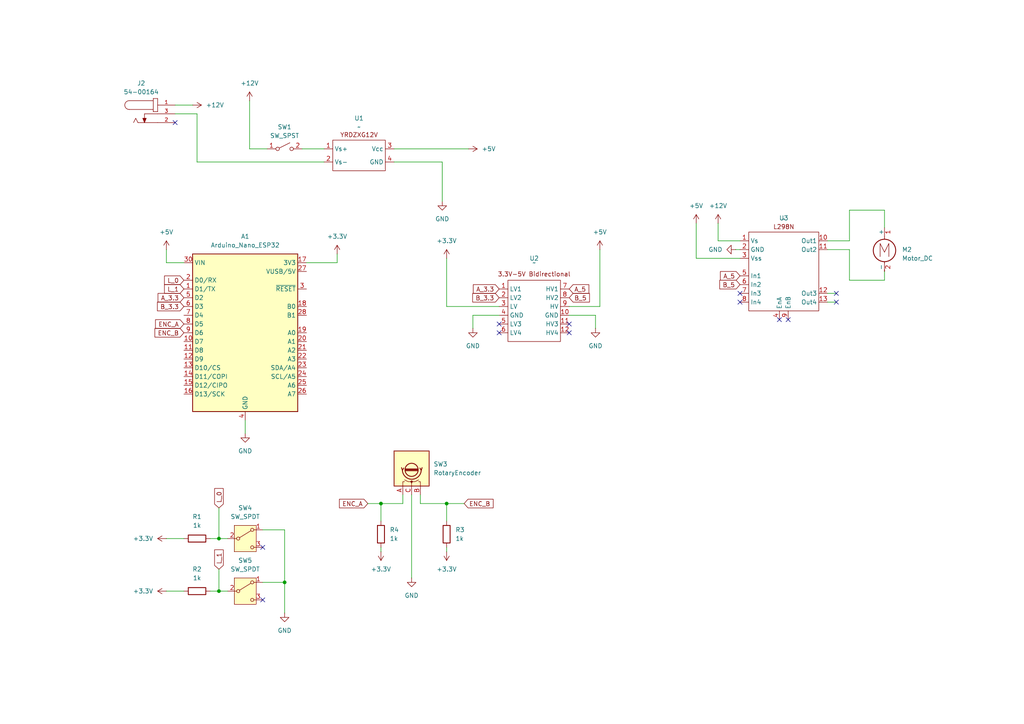
<source format=kicad_sch>
(kicad_sch (version 20250114) (generator "eeschema") (generator_version "9.0")
  (paper "A4")
  (title_block (title "Motorized Curtain Controller") (date "2025-05-24") (rev "6") (company "MEGA"))
  (lib_symbols
    (symbol "54-00164:54-00164" (pin_names (offset 1.016))
      (property "Reference" "J2" (at -4.7597 8.89 0))
      (property "Value" "54-00164" (at -4.7597 6.35 0))
      (symbol "54-00164_0_0"
        (polyline (pts (xy -8.255 3.81) (xy -1.27 3.81)) (stroke (width 0.1524)))
        (arc (start -8.255 1.27) (mid -9.5194 2.54) (end -8.255 3.81) (stroke (width 0.1524)))
        (polyline (pts (xy -6.35 -1.27) (xy -6.985 -2.54)) (stroke (width 0.1524)))
        (polyline (pts (xy -5.715 -2.54) (xy -6.35 -1.27)) (stroke (width 0.1524)))
        (polyline (pts (xy -3.81 0) (xy -3.81 -2.54)) (stroke (width 0.1524)))
        (polyline (pts (xy -3.81 -2.54) (xy -4.318 -1.27) (xy -3.302 -1.27) (xy -3.81 -2.54)) (stroke (width 0.1524)) (fill (type outline)))
        (polyline (pts (xy -1.27 4.445) (xy -1.27 3.81)) (stroke (width 0.1524)))
        (polyline (pts (xy -1.27 3.81) (xy -1.27 1.27)) (stroke (width 0.1524)))
        (polyline (pts (xy -1.27 1.27) (xy -8.255 1.27)) (stroke (width 0.1524)))
        (polyline (pts (xy -1.27 1.27) (xy -1.27 0.635)) (stroke (width 0.1524)))
        (polyline (pts (xy -1.27 0.635) (xy 0 0.635)) (stroke (width 0.1524)))
        (polyline (pts (xy 0 4.445) (xy -1.27 4.445)) (stroke (width 0.1524)))
        (polyline (pts (xy 0 0.635) (xy 0 4.445)) (stroke (width 0.1524)))
        (polyline (pts (xy 0 0) (xy -3.81 0)) (stroke (width 0.1524)))
        (polyline (pts (xy 0 -2.54) (xy -5.715 -2.54)) (stroke (width 0.1524)))
      )
      (symbol "54-00164_1_0"
        (pin passive line (at 5.08 2.54 180) (length 5.08) (name "~") (number "1"))
        (pin passive line (at 5.08 0 180) (length 5.08) (name "") (number "3"))
        (pin passive line (at 5.08 -2.54 180) (length 5.08) (name "~") (number "2"))
      )
    )
    (symbol "Device:R" (pin_numbers (hide yes)) (pin_names (offset 0))
      (property "Reference" "R" (at 2.032 0 90))
      (property "Value" "R" (at 0 0 90))
      (symbol "R_0_1"
        (rectangle (start -1.016 -2.54) (end 1.016 2.54) (stroke (width 0.254)))
      )
      (symbol "R_1_1"
        (pin passive line (at 0 3.81 270) (length 1.27) (name "~") (number "1"))
        (pin passive line (at 0 -3.81 90) (length 1.27) (name "~") (number "2"))
      )
    )
    (symbol "Device:RotaryEncoder" (pin_names (offset 0.254) (hide yes))
      (property "Reference" "SW" (at 0 6.604 0))
      (property "Value" "RotaryEncoder" (at 0 -6.604 0))
      (symbol "RotaryEncoder_0_1"
        (rectangle (start -5.08 5.08) (end 5.08 -5.08) (stroke (width 0.254)) (fill (type background)))
        (polyline (pts (xy -5.08 2.54) (xy -3.81 2.54) (xy -3.81 2.032)))
        (polyline (pts (xy -5.08 0) (xy -3.81 0) (xy -3.81 -1.016) (xy -3.302 -2.032)))
        (polyline (pts (xy -5.08 -2.54) (xy -3.81 -2.54) (xy -3.81 -2.032)))
        (polyline (pts (xy -4.318 0) (xy -3.81 0) (xy -3.81 1.016) (xy -3.302 2.032)))
        (circle (center -3.81 0) (radius 0.254) (fill (type outline)))
        (polyline (pts (xy -0.635 -1.778) (xy -0.635 1.778)) (stroke (width 0.254)))
        (circle (center -0.381 0) (radius 1.905) (stroke (width 0.254)))
        (polyline (pts (xy -0.381 -1.778) (xy -0.381 1.778)) (stroke (width 0.254)))
        (arc (start -0.381 -2.794) (mid -3.0988 -0.0635) (end -0.381 2.667) (stroke (width 0.254)))
        (polyline (pts (xy -0.127 1.778) (xy -0.127 -1.778)) (stroke (width 0.254)))
        (polyline (pts (xy 0.254 2.921) (xy -0.508 2.667) (xy 0.127 2.286)) (stroke (width 0.254)))
        (polyline (pts (xy 0.254 -3.048) (xy -0.508 -2.794) (xy 0.127 -2.413)) (stroke (width 0.254)))
      )
      (symbol "RotaryEncoder_1_1"
        (pin passive line (at -7.62 2.54 0) (length 2.54) (name "A") (number "A"))
        (pin passive line (at -7.62 0 0) (length 2.54) (name "C") (number "C"))
        (pin passive line (at -7.62 -2.54 0) (length 2.54) (name "B") (number "B"))
      )
    )
    (symbol "MCU_Module:Arduino_Nano_ESP32"
      (property "Reference" "A" (at -14.986 23.622 0))
      (property "Value" "Arduino_Nano_ESP32" (at 3.81 -25.654 0))
      (symbol "Arduino_Nano_ESP32_0_1"
        (rectangle (start -15.24 22.86) (end 15.24 -22.86) (stroke (width 0.254)) (fill (type background)))
      )
      (symbol "Arduino_Nano_ESP32_1_1"
        (pin power_in line (at -17.78 20.32 0) (length 2.54) (name "VIN") (number "30"))
        (pin bidirectional line (at -17.78 15.24 0) (length 2.54) (name "D0/RX") (number "2"))
        (pin bidirectional line (at -17.78 12.7 0) (length 2.54) (name "D1/TX") (number "1"))
        (pin bidirectional line (at -17.78 10.16 0) (length 2.54) (name "D2") (number "5"))
        (pin bidirectional line (at -17.78 7.62 0) (length 2.54) (name "D3") (number "6"))
        (pin bidirectional line (at -17.78 5.08 0) (length 2.54) (name "D4") (number "7"))
        (pin bidirectional line (at -17.78 2.54 0) (length 2.54) (name "D5") (number "8"))
        (pin bidirectional line (at -17.78 0 0) (length 2.54) (name "D6") (number "9"))
        (pin bidirectional line (at -17.78 -2.54 0) (length 2.54) (name "D7") (number "10"))
        (pin bidirectional line (at -17.78 -5.08 0) (length 2.54) (name "D8") (number "11"))
        (pin bidirectional line (at -17.78 -7.62 0) (length 2.54) (name "D9") (number "12"))
        (pin bidirectional line (at -17.78 -10.16 0) (length 2.54) (name "D10/CS") (number "13"))
        (pin bidirectional line (at -17.78 -12.7 0) (length 2.54) (name "D11/COPI") (number "14"))
        (pin bidirectional line (at -17.78 -15.24 0) (length 2.54) (name "D12/CIPO") (number "15"))
        (pin bidirectional line (at -17.78 -17.78 0) (length 2.54) (name "D13/SCK") (number "16"))
        (pin passive line (at 0 -25.4 90) (length 2.54) (hide yes) (name "GND") (number "29"))
        (pin power_in line (at 0 -25.4 90) (length 2.54) (name "GND") (number "4"))
        (pin power_out line (at 17.78 20.32 180) (length 2.54) (name "3V3") (number "17"))
        (pin power_out line (at 17.78 17.78 180) (length 2.54) (name "VUSB/5V") (number "27"))
        (pin input line (at 17.78 12.7 180) (length 2.54) (name "~{RESET}") (number "3"))
        (pin bidirectional line (at 17.78 7.62 180) (length 2.54) (name "B0") (number "18"))
        (pin bidirectional line (at 17.78 5.08 180) (length 2.54) (name "B1") (number "28"))
        (pin bidirectional line (at 17.78 0 180) (length 2.54) (name "A0") (number "19"))
        (pin bidirectional line (at 17.78 -2.54 180) (length 2.54) (name "A1") (number "20"))
        (pin bidirectional line (at 17.78 -5.08 180) (length 2.54) (name "A2") (number "21"))
        (pin bidirectional line (at 17.78 -7.62 180) (length 2.54) (name "A3") (number "22"))
        (pin bidirectional line (at 17.78 -10.16 180) (length 2.54) (name "SDA/A4") (number "23"))
        (pin bidirectional line (at 17.78 -12.7 180) (length 2.54) (name "SCL/A5") (number "24"))
        (pin bidirectional line (at 17.78 -15.24 180) (length 2.54) (name "A6") (number "25"))
        (pin bidirectional line (at 17.78 -17.78 180) (length 2.54) (name "A7") (number "26"))
      )
    )
    (symbol "Motor:Motor_DC" (pin_names (offset 0))
      (property "Reference" "M" (at 2.54 2.54 0))
      (property "Value" "Motor_DC" (at 2.54 -5.08 0))
      (symbol "Motor_DC_0_0"
        (polyline (pts (xy -1.27 -3.302) (xy -1.27 0.508) (xy 0 -2.032) (xy 1.27 0.508) (xy 1.27 -3.302)))
      )
      (symbol "Motor_DC_0_1"
        (polyline (pts (xy 0 2.032) (xy 0 2.54)))
        (polyline (pts (xy 0 1.7272) (xy 0 2.0828)))
        (circle (center 0 -1.524) (radius 3.2512) (stroke (width 0.254)))
        (polyline (pts (xy 0 -4.7752) (xy 0 -5.1816)))
        (polyline (pts (xy 0 -7.62) (xy 0 -7.112)))
      )
      (symbol "Motor_DC_1_1"
        (pin passive line (at 0 5.08 270) (length 2.54) (name "+") (number "1"))
        (pin passive line (at 0 -7.62 90) (length 2.54) (name "-") (number "2"))
      )
    )
    (symbol "Switch:SW_SPDT" (pin_names (offset 0) (hide yes))
      (property "Reference" "SW" (at 0 5.08 0))
      (property "Value" "SW_SPDT" (at 0 -5.08 0))
      (symbol "SW_SPDT_0_1"
        (circle (center -2.032 0) (radius 0.4572))
        (polyline (pts (xy -1.651 0.254) (xy 1.651 2.286)))
        (circle (center 2.032 2.54) (radius 0.4572))
        (circle (center 2.032 -2.54) (radius 0.4572))
      )
      (symbol "SW_SPDT_1_1"
        (rectangle (start -3.175 3.81) (end 3.175 -3.81) (fill (type background)))
        (pin passive line (at -5.08 0 0) (length 2.54) (name "B") (number "2"))
        (pin passive line (at 5.08 2.54 180) (length 2.54) (name "A") (number "1"))
        (pin passive line (at 5.08 -2.54 180) (length 2.54) (name "C") (number "3"))
      )
    )
    (symbol "Switch:SW_SPST" (pin_names (offset 0) (hide yes))
      (property "Reference" "SW" (at 0 3.175 0))
      (property "Value" "SW_SPST" (at 0 -2.54 0))
      (symbol "SW_SPST_0_0"
        (circle (center -2.032 0) (radius 0.508))
        (polyline (pts (xy -1.524 0.254) (xy 1.524 1.778)))
        (circle (center 2.032 0) (radius 0.508))
      )
      (symbol "SW_SPST_1_1"
        (pin passive line (at -5.08 0 0) (length 2.54) (name "A") (number "1"))
        (pin passive line (at 5.08 0 180) (length 2.54) (name "B") (number "2"))
      )
    )
    (symbol "h_bridge:L298N"
      (property "Reference" "U" (at 0 11.43 0))
      (symbol "L298N_0_1"
        (rectangle (start -10.16 7.62) (end 10.16 -15.24))
      )
      (symbol "L298N_1_1"
        (text "L298N" (at 0 9.144 0) (effects (font (size 1.27 1.27))))
        (pin input line (at -12.7 5.08 0) (length 2.54) (name "Vs") (number "1"))
        (pin input line (at -12.7 2.54 0) (length 2.54) (name "GND") (number "2"))
        (pin input line (at -12.7 0 0) (length 2.54) (name "Vss") (number "3"))
        (pin input line (at -12.7 -5.08 0) (length 2.54) (name "In1") (number "5"))
        (pin input line (at -12.7 -7.62 0) (length 2.54) (name "In2") (number "6"))
        (pin input line (at -12.7 -10.16 0) (length 2.54) (name "In3") (number "7"))
        (pin input line (at -12.7 -12.7 0) (length 2.54) (name "In4") (number "8"))
        (pin input line (at -1.27 -17.78 90) (length 2.54) (name "EnA") (number "4"))
        (pin input line (at 1.27 -17.78 90) (length 2.54) (name "EnB") (number "9"))
        (pin output line (at 12.7 5.08 180) (length 2.54) (name "Out1") (number "10"))
        (pin output line (at 12.7 2.54 180) (length 2.54) (name "Out2") (number "11"))
        (pin output line (at 12.7 -10.16 180) (length 2.54) (name "Out3") (number "12"))
        (pin output line (at 12.7 -12.7 180) (length 2.54) (name "Out4") (number "13"))
      )
    )
    (symbol "level_shifter:3.3_5_4x4"
      (property "Reference" "U" (at 0 7.366 0))
      (symbol "3.3_5_4x4_0_1"
        (rectangle (start -7.62 2.54) (end 7.62 -15.24))
      )
      (symbol "3.3_5_4x4_1_1"
        (text "3.3V-5V Bidirectional" (at 0 4.318 0) (effects (font (size 1.27 1.27))))
        (pin bidirectional line (at -10.16 0 0) (length 2.54) (name "LV1") (number "1"))
        (pin bidirectional line (at -10.16 -2.54 0) (length 2.54) (name "LV2") (number "2"))
        (pin input line (at -10.16 -5.08 0) (length 2.54) (name "LV") (number "3"))
        (pin input line (at -10.16 -7.62 0) (length 2.54) (name "GND") (number "4"))
        (pin bidirectional line (at -10.16 -10.16 0) (length 2.54) (name "LV3") (number "5"))
        (pin bidirectional line (at -10.16 -12.7 0) (length 2.54) (name "LV4") (number "6"))
        (pin bidirectional line (at 10.16 0 180) (length 2.54) (name "HV1") (number "7"))
        (pin bidirectional line (at 10.16 -2.54 180) (length 2.54) (name "HV2") (number "8"))
        (pin input line (at 10.16 -5.08 180) (length 2.54) (name "HV") (number "9"))
        (pin input line (at 10.16 -7.62 180) (length 2.54) (name "GND") (number "10"))
        (pin bidirectional line (at 10.16 -10.16 180) (length 2.54) (name "HV3") (number "11"))
        (pin bidirectional line (at 10.16 -12.7 180) (length 2.54) (name "HV4") (number "12"))
      )
    )
    (symbol "linearReg:YRDZXG12V"
      (property "Reference" "U" (at 0 7.62 0))
      (symbol "YRDZXG12V_0_1"
        (rectangle (start -7.62 3.81) (end 7.62 -5.08))
      )
      (symbol "YRDZXG12V_1_1"
        (text "YRDZXG12V" (at 0 5.334 0) (effects (font (size 1.27 1.27))))
        (pin input line (at -10.16 1.27 0) (length 2.54) (name "Vs+") (number "1"))
        (pin input line (at -10.16 -2.54 0) (length 2.54) (name "Vs-") (number "2"))
        (pin output line (at 10.16 1.27 180) (length 2.54) (name "Vcc") (number "3"))
        (pin output line (at 10.16 -2.54 180) (length 2.54) (name "GND") (number "4"))
      )
    )
    (symbol "power:+12V" (power) (pin_numbers (hide yes)) (pin_names (offset 0) (hide yes))
      (property "Value" "+12V" (at 0 3.556 0))
      (symbol "+12V_0_1"
        (polyline (pts (xy -0.762 1.27) (xy 0 2.54)))
        (polyline (pts (xy 0 2.54) (xy 0.762 1.27)))
        (polyline (pts (xy 0 0) (xy 0 2.54)))
      )
      (symbol "+12V_1_1"
        (pin power_in line (at 0 0 90) (length 0) (name "~") (number "1"))
      )
    )
    (symbol "power:+3.3V" (power) (pin_numbers (hide yes)) (pin_names (offset 0) (hide yes))
      (property "Value" "+3.3V" (at 0 3.556 0))
      (symbol "+3.3V_0_1"
        (polyline (pts (xy -0.762 1.27) (xy 0 2.54)))
        (polyline (pts (xy 0 2.54) (xy 0.762 1.27)))
        (polyline (pts (xy 0 0) (xy 0 2.54)))
      )
      (symbol "+3.3V_1_1"
        (pin power_in line (at 0 0 90) (length 0) (name "~") (number "1"))
      )
    )
    (symbol "power:+5V" (power) (pin_numbers (hide yes)) (pin_names (offset 0) (hide yes))
      (property "Value" "+5V" (at 0 3.556 0))
      (symbol "+5V_0_1"
        (polyline (pts (xy -0.762 1.27) (xy 0 2.54)))
        (polyline (pts (xy 0 2.54) (xy 0.762 1.27)))
        (polyline (pts (xy 0 0) (xy 0 2.54)))
      )
      (symbol "+5V_1_1"
        (pin power_in line (at 0 0 90) (length 0) (name "~") (number "1"))
      )
    )
    (symbol "power:GND" (power) (pin_numbers (hide yes)) (pin_names (offset 0) (hide yes))
      (property "Value" "GND" (at 0 -3.81 0))
      (symbol "GND_0_1"
        (polyline (pts (xy 0 0) (xy 0 -1.27) (xy 1.27 -1.27) (xy 0 -2.54) (xy -1.27 -1.27) (xy 0 -1.27)))
      )
      (symbol "GND_1_1"
        (pin power_in line (at 0 0 270) (length 0) (name "~") (number "1"))
      )
    )
  )
  (junction (at 63.5 156.21))
  (junction (at 110.49 146.05))
  (junction (at 129.54 146.05))
  (junction (at 82.55 168.91))
  (junction (at 63.5 171.45))
  (no_connect (at 50.8 35.56))
  (no_connect (at 165.1 96.52))
  (no_connect (at 144.78 96.52))
  (no_connect (at 242.57 87.63))
  (no_connect (at 165.1 93.98))
  (no_connect (at 214.63 87.63))
  (no_connect (at 228.6 92.71))
  (no_connect (at 76.2 158.75))
  (no_connect (at 144.78 93.98))
  (no_connect (at 214.63 85.09))
  (no_connect (at 242.57 85.09))
  (no_connect (at 76.2 173.99))
  (no_connect (at 226.06 92.71))
  (wire (pts (xy 165.1 88.9) (xy 173.99 88.9)))
  (wire (pts (xy 144.78 91.44) (xy 137.16 91.44)))
  (wire (pts (xy 57.15 46.99) (xy 93.98 46.99)))
  (wire (pts (xy 63.5 171.45) (xy 66.04 171.45)))
  (wire (pts (xy 214.63 72.39) (xy 213.36 72.39)))
  (wire (pts (xy 82.55 168.91) (xy 82.55 177.8)))
  (wire (pts (xy 129.54 146.05) (xy 134.62 146.05)))
  (wire (pts (xy 119.38 143.51) (xy 119.38 167.64)))
  (wire (pts (xy 129.54 146.05) (xy 129.54 151.13)))
  (wire (pts (xy 208.28 64.77) (xy 208.28 69.85)))
  (wire (pts (xy 201.93 74.93) (xy 214.63 74.93)))
  (wire (pts (xy 114.3 46.99) (xy 128.27 46.99)))
  (wire (pts (xy 97.79 76.2) (xy 88.9 76.2)))
  (wire (pts (xy 116.84 143.51) (xy 116.84 146.05)))
  (wire (pts (xy 63.5 147.32) (xy 63.5 156.21)))
  (wire (pts (xy 48.26 76.2) (xy 53.34 76.2)))
  (wire (pts (xy 60.96 171.45) (xy 63.5 171.45)))
  (wire (pts (xy 128.27 46.99) (xy 128.27 58.42)))
  (wire (pts (xy 72.39 29.21) (xy 72.39 43.18)))
  (wire (pts (xy 48.26 72.39) (xy 48.26 76.2)))
  (wire (pts (xy 71.12 121.92) (xy 71.12 125.73)))
  (wire (pts (xy 114.3 43.18) (xy 135.89 43.18)))
  (wire (pts (xy 55.88 30.48) (xy 50.8 30.48)))
  (wire (pts (xy 63.5 165.1) (xy 63.5 171.45)))
  (wire (pts (xy 57.15 33.02) (xy 50.8 33.02)))
  (wire (pts (xy 173.99 88.9) (xy 173.99 72.39)))
  (wire (pts (xy 246.38 60.96) (xy 256.54 60.96)))
  (wire (pts (xy 76.2 168.91) (xy 82.55 168.91)))
  (wire (pts (xy 57.15 33.02) (xy 57.15 46.99)))
  (wire (pts (xy 110.49 146.05) (xy 110.49 151.13)))
  (wire (pts (xy 72.39 43.18) (xy 77.47 43.18)))
  (wire (pts (xy 240.03 87.63) (xy 242.57 87.63)))
  (wire (pts (xy 63.5 156.21) (xy 66.04 156.21)))
  (wire (pts (xy 129.54 74.93) (xy 129.54 88.9)))
  (wire (pts (xy 60.96 156.21) (xy 63.5 156.21)))
  (wire (pts (xy 82.55 153.67) (xy 82.55 168.91)))
  (wire (pts (xy 172.72 91.44) (xy 172.72 95.25)))
  (wire (pts (xy 48.26 156.21) (xy 53.34 156.21)))
  (wire (pts (xy 246.38 69.85) (xy 246.38 60.96)))
  (wire (pts (xy 87.63 43.18) (xy 93.98 43.18)))
  (wire (pts (xy 208.28 69.85) (xy 214.63 69.85)))
  (wire (pts (xy 48.26 171.45) (xy 53.34 171.45)))
  (wire (pts (xy 121.92 143.51) (xy 121.92 146.05)))
  (wire (pts (xy 246.38 72.39) (xy 246.38 81.28)))
  (wire (pts (xy 240.03 69.85) (xy 246.38 69.85)))
  (wire (pts (xy 97.79 73.66) (xy 97.79 76.2)))
  (wire (pts (xy 201.93 64.77) (xy 201.93 74.93)))
  (wire (pts (xy 246.38 81.28) (xy 256.54 81.28)))
  (wire (pts (xy 106.68 146.05) (xy 110.49 146.05)))
  (wire (pts (xy 137.16 91.44) (xy 137.16 95.25)))
  (wire (pts (xy 240.03 72.39) (xy 246.38 72.39)))
  (wire (pts (xy 121.92 146.05) (xy 129.54 146.05)))
  (wire (pts (xy 76.2 153.67) (xy 82.55 153.67)))
  (wire (pts (xy 129.54 88.9) (xy 144.78 88.9)))
  (wire (pts (xy 165.1 91.44) (xy 172.72 91.44)))
  (wire (pts (xy 256.54 60.96) (xy 256.54 66.04)))
  (wire (pts (xy 240.03 85.09) (xy 242.57 85.09)))
  (wire (pts (xy 256.54 81.28) (xy 256.54 78.74)))
  (wire (pts (xy 110.49 158.75) (xy 110.49 160.02)))
  (wire (pts (xy 129.54 158.75) (xy 129.54 160.02)))
  (wire (pts (xy 116.84 146.05) (xy 110.49 146.05)))
  (global_label "L_0" (shape input) (at 63.5 147.32 90) (property "Intersheetrefs" "${INTERSHEET_REFS}" (effects (hide yes))))
  (global_label "A_3.3" (shape input) (at 144.78 83.82 180) (property "Intersheetrefs" "${INTERSHEET_REFS}" (effects (hide yes))))
  (global_label "L_1" (shape input) (at 53.34 83.82 180) (property "Intersheetrefs" "${INTERSHEET_REFS}" (effects (hide yes))))
  (global_label "ENC_B" (shape input) (at 134.62 146.05 0) (property "Intersheetrefs" "${INTERSHEET_REFS}" (effects (hide yes))))
  (global_label "ENC_B" (shape input) (at 53.34 96.52 180) (property "Intersheetrefs" "${INTERSHEET_REFS}" (effects (hide yes))))
  (global_label "A_5" (shape input) (at 165.1 83.82 0) (property "Intersheetrefs" "${INTERSHEET_REFS}" (effects (hide yes))))
  (global_label "B_5" (shape input) (at 165.1 86.36 0) (property "Intersheetrefs" "${INTERSHEET_REFS}" (effects (hide yes))))
  (global_label "A_3.3" (shape input) (at 53.34 86.36 180) (property "Intersheetrefs" "${INTERSHEET_REFS}" (effects (hide yes))))
  (global_label "B_5" (shape input) (at 214.63 82.55 180) (property "Intersheetrefs" "${INTERSHEET_REFS}" (effects (hide yes))))
  (global_label "ENC_A" (shape input) (at 106.68 146.05 180) (property "Intersheetrefs" "${INTERSHEET_REFS}" (effects (hide yes))))
  (global_label "L_0" (shape input) (at 53.34 81.28 180) (property "Intersheetrefs" "${INTERSHEET_REFS}" (effects (hide yes))))
  (global_label "B_3.3" (shape input) (at 53.34 88.9 180) (property "Intersheetrefs" "${INTERSHEET_REFS}" (effects (hide yes))))
  (global_label "A_5" (shape input) (at 214.63 80.01 180) (property "Intersheetrefs" "${INTERSHEET_REFS}" (effects (hide yes))))
  (global_label "L_1" (shape input) (at 63.5 165.1 90) (property "Intersheetrefs" "${INTERSHEET_REFS}" (effects (hide yes))))
  (global_label "B_3.3" (shape input) (at 144.78 86.36 180) (property "Intersheetrefs" "${INTERSHEET_REFS}" (effects (hide yes))))
  (global_label "ENC_A" (shape input) (at 53.34 93.98 180) (property "Intersheetrefs" "${INTERSHEET_REFS}" (effects (hide yes))))
  (symbol (lib_id "power:GND") (at 172.72 95.25 0) (unit 1)
    (property "Reference" "#PWR07" (effects (hide yes)))
    (property "Value" "GND" (at 172.72 100.33 0))
    (property "Description" "Power symbol creates a global label with name \"GND\" , ground" (effects (hide yes)))
  )
  (symbol (lib_id "level_shifter:3.3_5_4x4") (at 154.94 83.82 0) (unit 1)
    (property "Reference" "U2" (at 154.94 74.93 0))
    (property "Value" "~" (at 154.94 76.2 0))
  )
  (symbol (lib_id "power:+5V") (at 135.89 43.18 270) (unit 1)
    (property "Reference" "#PWR02" (effects (hide yes)))
    (property "Value" "+5V" (at 139.7 43.1799 90) (effects (justify left)))
    (property "Description" "Power symbol creates a global label with name \"+5V\"" (effects (hide yes)))
  )
  (symbol (lib_id "power:+5V") (at 173.99 72.39 0) (unit 1)
    (property "Reference" "#PWR018" (effects (hide yes)))
    (property "Value" "+5V" (at 173.99 67.31 0))
    (property "Description" "Power symbol creates a global label with name \"+5V\"" (effects (hide yes)))
  )
  (symbol (lib_id "Switch:SW_SPDT") (at 71.12 156.21 0) (unit 1)
    (property "Reference" "SW4" (at 71.12 147.32 0))
    (property "Value" "SW_SPDT" (at 71.12 149.86 0))
    (property "Description" "Switch, single pole double throw" (effects (hide yes)))
  )
  (symbol (lib_id "power:+3.3V") (at 48.26 156.21 90) (unit 1)
    (property "Reference" "#PWR08" (effects (hide yes)))
    (property "Value" "+3.3V" (at 44.45 156.2099 90) (effects (justify left)))
    (property "Description" "Power symbol creates a global label with name \"+3.3V\"" (effects (hide yes)))
  )
  (symbol (lib_id "power:+5V") (at 201.93 64.77 0) (unit 1)
    (property "Reference" "#PWR021" (effects (hide yes)))
    (property "Value" "+5V" (at 201.93 59.69 0))
    (property "Description" "Power symbol creates a global label with name \"+5V\"" (effects (hide yes)))
  )
  (symbol (lib_id "h_bridge:L298N") (at 227.33 74.93 0) (unit 1)
    (property "Reference" "U3" (at 227.33 63.246 0))
    (property "Value" "~" (at 227.33 63.5 0))
  )
  (symbol (lib_id "Device:R") (at 57.15 156.21 270) (unit 1)
    (property "Reference" "R1" (at 57.15 149.86 90))
    (property "Value" "1k" (at 57.15 152.4 90))
    (property "Description" "Resistor" (effects (hide yes)))
  )
  (symbol (lib_id "Device:RotaryEncoder") (at 119.38 135.89 90) (unit 1)
    (property "Reference" "SW3" (at 125.73 134.6199 90) (effects (justify right)))
    (property "Value" "RotaryEncoder" (at 125.73 137.1599 90) (effects (justify right)))
    (property "Description" "Rotary encoder, dual channel, incremental quadrate outputs" (effects (hide yes)))
  )
  (symbol (lib_id "54-00164:54-00164") (at 45.72 33.02 0) (unit 1)
    (property "Reference" "J2" (at 40.9603 24.13 0))
    (property "Value" "54-00164" (at 40.9603 26.67 0))
    (property "Footprint" "54-00164:TENSILITY_54-00164" (effects (hide yes)))
    (property "PARTREV" "A" (effects (hide yes)))
    (property "STANDARD" "Manufacturer Recommendations" (effects (hide yes)))
    (property "SNAPEDA_PN" "54-00164" (effects (hide yes)))
    (property "MAXIMUM_PACKAGE_HEIGHT" "11.3mm" (effects (hide yes)))
    (property "MANUFACTURER" "TENSILITY" (effects (hide yes)))
  )
  (symbol (lib_id "power:GND") (at 82.55 177.8 0) (unit 1)
    (property "Reference" "#PWR06" (effects (hide yes)))
    (property "Value" "GND" (at 82.55 182.88 0))
    (property "Description" "Power symbol creates a global label with name \"GND\" , ground" (effects (hide yes)))
  )
  (symbol (lib_id "Device:R") (at 110.49 154.94 0) (unit 1)
    (property "Reference" "R4" (at 113.03 153.6699 0) (effects (justify left)))
    (property "Value" "1k" (at 113.03 156.2099 0) (effects (justify left)))
    (property "Description" "Resistor" (effects (hide yes)))
  )
  (symbol (lib_id "Switch:SW_SPDT") (at 71.12 171.45 0) (unit 1)
    (property "Reference" "SW5" (at 71.12 162.56 0))
    (property "Value" "SW_SPDT" (at 71.12 165.1 0))
    (property "Description" "Switch, single pole double throw" (effects (hide yes)))
  )
  (symbol (lib_id "Device:R") (at 57.15 171.45 270) (unit 1)
    (property "Reference" "R2" (at 57.15 165.1 90))
    (property "Value" "1k" (at 57.15 167.64 90))
    (property "Description" "Resistor" (effects (hide yes)))
  )
  (symbol (lib_id "power:+3.3V") (at 97.79 73.66 0) (unit 1)
    (property "Reference" "#PWR014" (effects (hide yes)))
    (property "Value" "+3.3V" (at 97.79 68.58 0))
    (property "Description" "Power symbol creates a global label with name \"+3.3V\"" (effects (hide yes)))
  )
  (symbol (lib_id "power:GND") (at 119.38 167.64 0) (unit 1)
    (property "Reference" "#PWR011" (effects (hide yes)))
    (property "Value" "GND" (at 119.38 172.72 0))
    (property "Description" "Power symbol creates a global label with name \"GND\" , ground" (effects (hide yes)))
  )
  (symbol (lib_id "power:+3.3V") (at 110.49 160.02 180) (unit 1)
    (property "Reference" "#PWR013" (effects (hide yes)))
    (property "Value" "+3.3V" (at 110.49 165.1 0))
    (property "Description" "Power symbol creates a global label with name \"+3.3V\"" (effects (hide yes)))
  )
  (symbol (lib_id "power:+3.3V") (at 48.26 171.45 90) (unit 1)
    (property "Reference" "#PWR09" (effects (hide yes)))
    (property "Value" "+3.3V" (at 44.45 171.4499 90) (effects (justify left)))
    (property "Description" "Power symbol creates a global label with name \"+3.3V\"" (effects (hide yes)))
  )
  (symbol (lib_id "power:GND") (at 71.12 125.73 0) (unit 1)
    (property "Reference" "#PWR010" (effects (hide yes)))
    (property "Value" "GND" (at 71.12 130.81 0))
    (property "Description" "Power symbol creates a global label with name \"GND\" , ground" (effects (hide yes)))
  )
  (symbol (lib_id "power:+12V") (at 55.88 30.48 270) (unit 1)
    (property "Reference" "#PWR015" (effects (hide yes)))
    (property "Value" "+12V" (at 59.69 30.4799 90) (effects (justify left)))
    (property "Description" "Power symbol creates a global label with name \"+12V\"" (effects (hide yes)))
  )
  (symbol (lib_id "Device:R") (at 129.54 154.94 0) (unit 1)
    (property "Reference" "R3" (at 132.08 153.6699 0) (effects (justify left)))
    (property "Value" "1k" (at 132.08 156.2099 0) (effects (justify left)))
    (property "Description" "Resistor" (effects (hide yes)))
  )
  (symbol (lib_id "Motor:Motor_DC") (at 256.54 71.12 0) (unit 1)
    (property "Reference" "M2" (at 261.62 72.3899 0) (effects (justify left)))
    (property "Value" "Motor_DC" (at 261.62 74.9299 0) (effects (justify left)))
    (property "Description" "DC Motor" (effects (hide yes)))
  )
  (symbol (lib_id "power:GND") (at 137.16 95.25 0) (unit 1)
    (property "Reference" "#PWR05" (effects (hide yes)))
    (property "Value" "GND" (at 137.16 100.33 0))
    (property "Description" "Power symbol creates a global label with name \"GND\" , ground" (effects (hide yes)))
  )
  (symbol (lib_id "MCU_Module:Arduino_Nano_ESP32") (at 71.12 96.52 0) (unit 1)
    (property "Reference" "A1" (at 71.12 68.58 0))
    (property "Value" "Arduino_Nano_ESP32" (at 71.12 71.12 0))
    (property "Footprint" "Module:Arduino_Nano" (effects (hide yes)))
    (property "Datasheet" "https://docs.arduino.cc/resources/datasheets/ABX00083-datasheet.pdf" (effects (hide yes)))
    (property "Description" "Arduino Nano board based on the ESP32-S3 with a dual-core 240 MHz processor, 384 kB ROM, 512 kB SRAM. Operates at 3.3V, with 5V USB-C® input and 6-21V VIN. Features Wi-Fi®, Bluetooth® LE, digital and analog pins, and supports SPI, I2C, UART, I2S, and CAN." (effects (hide yes)))
  )
  (symbol (lib_id "power:+12V") (at 208.28 64.77 0) (unit 1)
    (property "Reference" "#PWR016" (effects (hide yes)))
    (property "Value" "+12V" (at 208.28 59.69 0))
    (property "Description" "Power symbol creates a global label with name \"+12V\"" (effects (hide yes)))
  )
  (symbol (lib_id "power:+3.3V") (at 129.54 160.02 180) (unit 1)
    (property "Reference" "#PWR012" (effects (hide yes)))
    (property "Value" "+3.3V" (at 129.54 165.1 0))
    (property "Description" "Power symbol creates a global label with name \"+3.3V\"" (effects (hide yes)))
  )
  (symbol (lib_id "linearReg:YRDZXG12V") (at 104.14 44.45 0) (unit 1)
    (property "Reference" "U1" (at 104.14 34.29 0))
    (property "Value" "~" (at 104.14 36.83 0))
  )
  (symbol (lib_id "power:+5V") (at 48.26 72.39 0) (unit 1)
    (property "Reference" "#PWR03" (effects (hide yes)))
    (property "Value" "+5V" (at 48.26 67.31 0))
    (property "Description" "Power symbol creates a global label with name \"+5V\"" (effects (hide yes)))
  )
  (symbol (lib_id "Switch:SW_SPST") (at 82.55 43.18 0) (unit 1)
    (property "Reference" "SW1" (at 82.55 36.83 0))
    (property "Value" "SW_SPST" (at 82.55 39.37 0))
    (property "Description" "Single Pole Single Throw (SPST) switch" (effects (hide yes)))
  )
  (symbol (lib_id "power:+3.3V") (at 129.54 74.93 0) (unit 1)
    (property "Reference" "#PWR017" (effects (hide yes)))
    (property "Value" "+3.3V" (at 129.54 69.85 0))
    (property "Description" "Power symbol creates a global label with name \"+3.3V\"" (effects (hide yes)))
  )
  (symbol (lib_id "power:GND") (at 128.27 58.42 0) (unit 1)
    (property "Reference" "#PWR04" (effects (hide yes)))
    (property "Value" "GND" (at 128.27 63.5 0))
    (property "Description" "Power symbol creates a global label with name \"GND\" , ground" (effects (hide yes)))
  )
  (symbol (lib_id "power:+12V") (at 72.39 29.21 0) (unit 1)
    (property "Reference" "#PWR01" (effects (hide yes)))
    (property "Value" "+12V" (at 72.39 24.13 0))
    (property "Description" "Power symbol creates a global label with name \"+12V\"" (effects (hide yes)))
  )
  (symbol (lib_id "power:GND") (at 213.36 72.39 270) (unit 1)
    (property "Reference" "#PWR020" (effects (hide yes)))
    (property "Value" "GND" (at 209.55 72.3899 90) (effects (justify right)))
    (property "Description" "Power symbol creates a global label with name \"GND\" , ground" (effects (hide yes)))
  )
)
</source>
